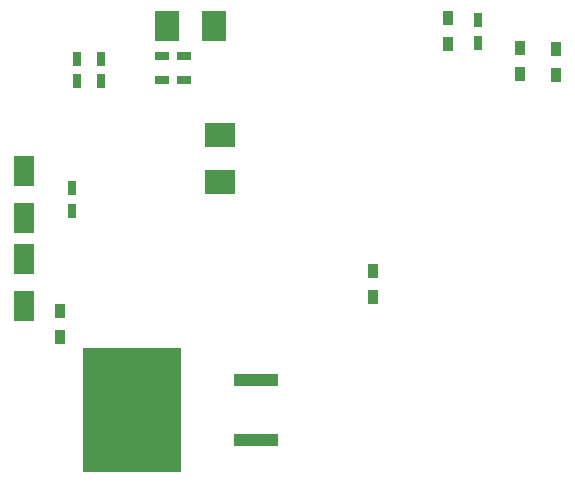
<source format=gbr>
%TF.GenerationSoftware,KiCad,Pcbnew,4.0.7-e2-6376~58~ubuntu16.04.1*%
%TF.CreationDate,2017-12-07T11:47:19+02:00*%
%TF.ProjectId,Rover_Commander_v3.1a,526F7665725F436F6D6D616E6465725F,rev?*%
%TF.FileFunction,Paste,Top*%
%FSLAX46Y46*%
G04 Gerber Fmt 4.6, Leading zero omitted, Abs format (unit mm)*
G04 Created by KiCad (PCBNEW 4.0.7-e2-6376~58~ubuntu16.04.1) date Thu Dec  7 11:47:19 2017*
%MOMM*%
%LPD*%
G01*
G04 APERTURE LIST*
%ADD10C,0.100000*%
%ADD11R,0.750000X1.200000*%
%ADD12R,1.200000X0.750000*%
%ADD13R,2.000000X2.500000*%
%ADD14R,2.500000X2.000000*%
%ADD15R,0.900000X1.200000*%
%ADD16R,3.750000X1.050000*%
%ADD17R,8.300000X10.500000*%
%ADD18R,1.800000X2.500000*%
G04 APERTURE END LIST*
D10*
D11*
X121000000Y-87450000D03*
X121000000Y-85550000D03*
D12*
X126116000Y-85344000D03*
X128016000Y-85344000D03*
D11*
X152908000Y-84196000D03*
X152908000Y-82296000D03*
X119000000Y-87450000D03*
X119000000Y-85550000D03*
D12*
X126116000Y-87376000D03*
X128016000Y-87376000D03*
D11*
X118550000Y-96500000D03*
X118550000Y-98400000D03*
D13*
X126556000Y-82804000D03*
X130556000Y-82804000D03*
D14*
X131064000Y-91980000D03*
X131064000Y-95980000D03*
D15*
X150368000Y-84328000D03*
X150368000Y-82128000D03*
X117500000Y-109100000D03*
X117500000Y-106900000D03*
X144000000Y-103500000D03*
X144000000Y-105700000D03*
X156464000Y-84668000D03*
X156464000Y-86868000D03*
X159512000Y-84752000D03*
X159512000Y-86952000D03*
D16*
X134112000Y-117856000D03*
X134112000Y-112776000D03*
D17*
X123612000Y-115316000D03*
D18*
X114500000Y-95000000D03*
X114500000Y-99000000D03*
X114500000Y-106500000D03*
X114500000Y-102500000D03*
M02*

</source>
